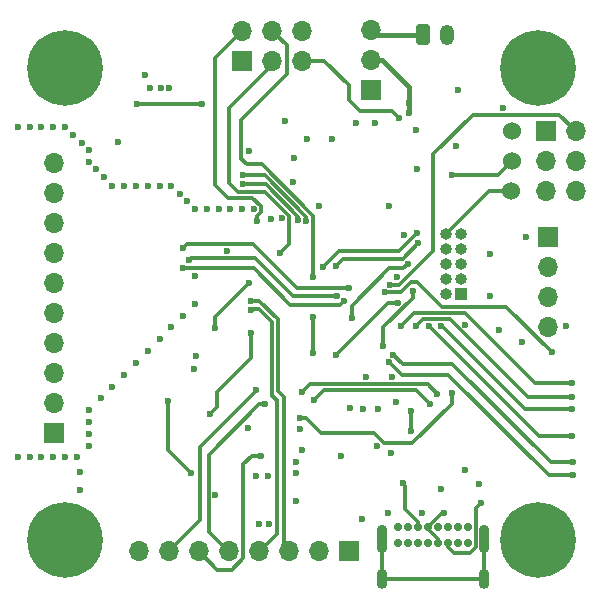
<source format=gbl>
%TF.GenerationSoftware,KiCad,Pcbnew,(5.1.6-0-10_14)*%
%TF.CreationDate,2021-04-22T17:40:41-07:00*%
%TF.ProjectId,BetsyBoardBig,42657473-7942-46f6-9172-644269672e6b,rev?*%
%TF.SameCoordinates,Original*%
%TF.FileFunction,Copper,L4,Bot*%
%TF.FilePolarity,Positive*%
%FSLAX46Y46*%
G04 Gerber Fmt 4.6, Leading zero omitted, Abs format (unit mm)*
G04 Created by KiCad (PCBNEW (5.1.6-0-10_14)) date 2021-04-22 17:40:41*
%MOMM*%
%LPD*%
G01*
G04 APERTURE LIST*
%TA.AperFunction,ComponentPad*%
%ADD10C,1.524000*%
%TD*%
%TA.AperFunction,ComponentPad*%
%ADD11O,0.900000X1.700000*%
%TD*%
%TA.AperFunction,ComponentPad*%
%ADD12O,0.900000X2.400000*%
%TD*%
%TA.AperFunction,ComponentPad*%
%ADD13C,0.700000*%
%TD*%
%TA.AperFunction,ComponentPad*%
%ADD14O,1.700000X1.700000*%
%TD*%
%TA.AperFunction,ComponentPad*%
%ADD15R,1.700000X1.700000*%
%TD*%
%TA.AperFunction,ComponentPad*%
%ADD16O,1.000000X1.000000*%
%TD*%
%TA.AperFunction,ComponentPad*%
%ADD17R,1.000000X1.000000*%
%TD*%
%TA.AperFunction,ComponentPad*%
%ADD18O,1.200000X1.750000*%
%TD*%
%TA.AperFunction,ComponentPad*%
%ADD19C,0.800000*%
%TD*%
%TA.AperFunction,ComponentPad*%
%ADD20C,6.400000*%
%TD*%
%TA.AperFunction,ViaPad*%
%ADD21C,0.600000*%
%TD*%
%TA.AperFunction,Conductor*%
%ADD22C,0.300000*%
%TD*%
%TA.AperFunction,Conductor*%
%ADD23C,0.400000*%
%TD*%
G04 APERTURE END LIST*
D10*
%TO.P,TP2-BOOT1,1*%
%TO.N,/~JTRST*%
X137795000Y-65455800D03*
%TD*%
%TO.P,TP2-BOOT0,1*%
%TO.N,/BOOT0*%
X137800000Y-60400000D03*
%TD*%
%TO.P,TP1-NRST1,1*%
%TO.N,/~RST*%
X137807700Y-62915800D03*
%TD*%
D11*
%TO.P,J3,S1*%
%TO.N,Net-(J3-PadS1)*%
X135500000Y-98260000D03*
X126850000Y-98260000D03*
D12*
X135500000Y-94880000D03*
X126850000Y-94880000D03*
D13*
%TO.P,J3,B6*%
%TO.N,/ID+*%
X131600000Y-95250000D03*
%TO.P,J3,B1*%
%TO.N,GND*%
X134150000Y-95250000D03*
%TO.P,J3,B4*%
%TO.N,/VBUS*%
X133300000Y-95250000D03*
%TO.P,J3,B5*%
%TO.N,/CC2*%
X132450000Y-95250000D03*
%TO.P,J3,B12*%
%TO.N,GND*%
X128200000Y-95250000D03*
%TO.P,J3,B8*%
%TO.N,N/C*%
X129900000Y-95250000D03*
%TO.P,J3,B7*%
%TO.N,/ID-*%
X130750000Y-95250000D03*
%TO.P,J3,B9*%
%TO.N,/VBUS*%
X129050000Y-95250000D03*
%TO.P,J3,A12*%
%TO.N,GND*%
X134150000Y-93900000D03*
%TO.P,J3,A9*%
%TO.N,/VBUS*%
X133300000Y-93900000D03*
%TO.P,J3,A8*%
%TO.N,N/C*%
X132450000Y-93900000D03*
%TO.P,J3,A7*%
%TO.N,/ID-*%
X131600000Y-93900000D03*
%TO.P,J3,A6*%
%TO.N,/ID+*%
X130750000Y-93900000D03*
%TO.P,J3,A5*%
%TO.N,/CC1*%
X129900000Y-93900000D03*
%TO.P,J3,A4*%
%TO.N,/VBUS*%
X129050000Y-93900000D03*
%TO.P,J3,A1*%
%TO.N,GND*%
X128200000Y-93900000D03*
%TD*%
D14*
%TO.P,J9,4*%
%TO.N,GND*%
X140900000Y-76970000D03*
%TO.P,J9,3*%
%TO.N,/USART1_RX*%
X140900000Y-74430000D03*
%TO.P,J9,2*%
%TO.N,/USART1_TX*%
X140900000Y-71890000D03*
D15*
%TO.P,J9,1*%
%TO.N,VCC*%
X140900000Y-69350000D03*
%TD*%
D16*
%TO.P,P2,10*%
%TO.N,/~JTRST*%
X132280000Y-69070000D03*
%TO.P,P2,9*%
%TO.N,GND*%
X133550000Y-69070000D03*
%TO.P,P2,8*%
%TO.N,/JTDI*%
X132280000Y-70340000D03*
%TO.P,P2,7*%
%TO.N,N/C*%
X133550000Y-70340000D03*
%TO.P,P2,6*%
%TO.N,/SWO_JTDO*%
X132280000Y-71610000D03*
%TO.P,P2,5*%
%TO.N,GND*%
X133550000Y-71610000D03*
%TO.P,P2,4*%
%TO.N,/SWCLK_JTCK*%
X132280000Y-72880000D03*
%TO.P,P2,3*%
%TO.N,GND*%
X133550000Y-72880000D03*
%TO.P,P2,2*%
%TO.N,/SWDIO_JTMS*%
X132280000Y-74150000D03*
D17*
%TO.P,P2,1*%
%TO.N,VCC*%
X133550000Y-74150000D03*
%TD*%
D14*
%TO.P,J1,6*%
%TO.N,GND*%
X120080000Y-51860000D03*
%TO.P,J1,5*%
%TO.N,/RTC_TS*%
X120080000Y-54400000D03*
%TO.P,J1,4*%
%TO.N,/OCLK_M*%
X117540000Y-51860000D03*
%TO.P,J1,3*%
%TO.N,/RTC_OUT*%
X117540000Y-54400000D03*
%TO.P,J1,2*%
%TO.N,/OCLK_LS*%
X115000000Y-51860000D03*
D15*
%TO.P,J1,1*%
%TO.N,VCC*%
X115000000Y-54400000D03*
%TD*%
D14*
%TO.P,J2,6*%
%TO.N,GND*%
X143240000Y-65480000D03*
%TO.P,J2,5*%
%TO.N,/SPI2_SCK*%
X140700000Y-65480000D03*
%TO.P,J2,4*%
%TO.N,/SPI2_CIPO*%
X143240000Y-62940000D03*
%TO.P,J2,3*%
%TO.N,/SPI2_COPI*%
X140700000Y-62940000D03*
%TO.P,J2,2*%
%TO.N,/SPI2_CS#*%
X143240000Y-60400000D03*
D15*
%TO.P,J2,1*%
%TO.N,VCC*%
X140700000Y-60400000D03*
%TD*%
D14*
%TO.P,SW1,3*%
%TO.N,/VBAT_IN*%
X125900000Y-51820000D03*
%TO.P,SW1,2*%
%TO.N,/VBAT*%
X125900000Y-54360000D03*
D15*
%TO.P,SW1,1*%
%TO.N,VCC*%
X125900000Y-56900000D03*
%TD*%
D18*
%TO.P,P1,2*%
%TO.N,GND*%
X132300000Y-52200000D03*
%TO.P,P1,1*%
%TO.N,/VBAT_IN*%
%TA.AperFunction,ComponentPad*%
G36*
G01*
X129700000Y-52825001D02*
X129700000Y-51574999D01*
G75*
G02*
X129949999Y-51325000I249999J0D01*
G01*
X130650001Y-51325000D01*
G75*
G02*
X130900000Y-51574999I0J-249999D01*
G01*
X130900000Y-52825001D01*
G75*
G02*
X130650001Y-53075000I-249999J0D01*
G01*
X129949999Y-53075000D01*
G75*
G02*
X129700000Y-52825001I0J249999D01*
G01*
G37*
%TD.AperFunction*%
%TD*%
D14*
%TO.P,J7,10*%
%TO.N,VDDA*%
X99100000Y-63040000D03*
%TO.P,J7,9*%
%TO.N,/OPAMP_IN-*%
X99100000Y-65580000D03*
%TO.P,J7,8*%
%TO.N,/OPAMP_IN+*%
X99100000Y-68120000D03*
%TO.P,J7,7*%
%TO.N,/OPAMP_OUT*%
X99100000Y-70660000D03*
%TO.P,J7,6*%
%TO.N,/COMP_IN-*%
X99100000Y-73200000D03*
%TO.P,J7,5*%
%TO.N,/COMP_IN+*%
X99100000Y-75740000D03*
%TO.P,J7,4*%
%TO.N,/COMP_OUT*%
X99100000Y-78280000D03*
%TO.P,J7,3*%
%TO.N,/DAC_OUT1*%
X99100000Y-80820000D03*
%TO.P,J7,2*%
%TO.N,/DAC_OUT2*%
X99100000Y-83360000D03*
D15*
%TO.P,J7,1*%
%TO.N,VSSA*%
X99100000Y-85900000D03*
%TD*%
D19*
%TO.P,H4,1*%
%TO.N,GND*%
X101697056Y-93302944D03*
X100000000Y-92600000D03*
X98302944Y-93302944D03*
X97600000Y-95000000D03*
X98302944Y-96697056D03*
X100000000Y-97400000D03*
X101697056Y-96697056D03*
X102400000Y-95000000D03*
D20*
X100000000Y-95000000D03*
%TD*%
D19*
%TO.P,H3,1*%
%TO.N,GND*%
X141697056Y-93302944D03*
X140000000Y-92600000D03*
X138302944Y-93302944D03*
X137600000Y-95000000D03*
X138302944Y-96697056D03*
X140000000Y-97400000D03*
X141697056Y-96697056D03*
X142400000Y-95000000D03*
D20*
X140000000Y-95000000D03*
%TD*%
D19*
%TO.P,H2,1*%
%TO.N,GND*%
X141697056Y-53302944D03*
X140000000Y-52600000D03*
X138302944Y-53302944D03*
X137600000Y-55000000D03*
X138302944Y-56697056D03*
X140000000Y-57400000D03*
X141697056Y-56697056D03*
X142400000Y-55000000D03*
D20*
X140000000Y-55000000D03*
%TD*%
D19*
%TO.P,H1,1*%
%TO.N,GND*%
X101697056Y-53302944D03*
X100000000Y-52600000D03*
X98302944Y-53302944D03*
X97600000Y-55000000D03*
X98302944Y-56697056D03*
X100000000Y-57400000D03*
X101697056Y-56697056D03*
X102400000Y-55000000D03*
D20*
X100000000Y-55000000D03*
%TD*%
D14*
%TO.P,J6,8*%
%TO.N,GND*%
X106220000Y-95900000D03*
%TO.P,J6,7*%
%TO.N,/USART3_CK*%
X108760000Y-95900000D03*
%TO.P,J6,6*%
%TO.N,/USART3_CTS*%
X111300000Y-95900000D03*
%TO.P,J6,5*%
%TO.N,/USART3_RTS*%
X113840000Y-95900000D03*
%TO.P,J6,4*%
%TO.N,/USART3_RXD*%
X116380000Y-95900000D03*
%TO.P,J6,3*%
%TO.N,/USART3_TXD*%
X118920000Y-95900000D03*
%TO.P,J6,2*%
%TO.N,VCC*%
X121460000Y-95900000D03*
D15*
%TO.P,J6,1*%
%TO.N,/VBUS*%
X124000000Y-95900000D03*
%TD*%
D21*
%TO.N,GND*%
X111100000Y-79400000D03*
X128093719Y-72685285D03*
X121500000Y-66700000D03*
X120500000Y-61000000D03*
X122600000Y-61000000D03*
X124600000Y-59700000D03*
X126200000Y-59700000D03*
X119550000Y-91700000D03*
X119550000Y-88350000D03*
X119550000Y-89350000D03*
X117250002Y-93600000D03*
X116400000Y-93600000D03*
X112700000Y-91150000D03*
X119850010Y-85560235D03*
X119306383Y-64693617D03*
X119405400Y-62687200D03*
X113741200Y-70485000D03*
X127712500Y-81212500D03*
X124101159Y-83821431D03*
X101279706Y-90779706D03*
X107200000Y-56700000D03*
X106800000Y-55600000D03*
X127400000Y-66700000D03*
X136000000Y-70800000D03*
X115600000Y-62100000D03*
X104500000Y-61300000D03*
X129700000Y-60300000D03*
X129800000Y-63600000D03*
X137100000Y-58400000D03*
X125500000Y-81200000D03*
X142450000Y-76900000D03*
X126400000Y-87050000D03*
X127600000Y-87600000D03*
X127350000Y-92700000D03*
X125150000Y-93250000D03*
X131850000Y-90700000D03*
X135050000Y-90250000D03*
X133850000Y-89100000D03*
X138700000Y-78200000D03*
X133863913Y-76786081D03*
%TO.N,/SDMMC_D2*%
X142900000Y-81700000D03*
X128450002Y-76838477D03*
%TO.N,/SDMMC_D3*%
X142900000Y-82900000D03*
%TO.N,/SDMMC_CMD*%
X142900000Y-83900000D03*
%TO.N,/SDMMC_D0*%
X143000000Y-88400000D03*
X127799995Y-79300003D03*
%TO.N,/SDMMC_D1*%
X143000000Y-89500000D03*
X127399996Y-79900000D03*
%TO.N,/VBAT*%
X129100000Y-58800000D03*
X129100000Y-58000000D03*
%TO.N,/SDMMC_CLK*%
X142900000Y-86200000D03*
%TO.N,VDDA*%
X117400000Y-67800000D03*
%TO.N,/SDMMC_DET*%
X141200000Y-79100000D03*
%TO.N,VSSA*%
X98000000Y-60000000D03*
X99000000Y-60000000D03*
X100700000Y-60700000D03*
X102600000Y-63600000D03*
X105000000Y-65000000D03*
X106000000Y-65000000D03*
X107000000Y-65000000D03*
X108000000Y-65000000D03*
X110300000Y-66300000D03*
X112000000Y-67000000D03*
X115000000Y-67000000D03*
X116000000Y-67000000D03*
X113000000Y-67000000D03*
X114000000Y-67000000D03*
X101400000Y-61400000D03*
X103300000Y-64300000D03*
X109700000Y-65700000D03*
X109000000Y-65000000D03*
X102000000Y-63000000D03*
X96000000Y-60000000D03*
X97000000Y-60000000D03*
X100000000Y-60000000D03*
X102000000Y-62000000D03*
X111000000Y-67000000D03*
X104000000Y-65000000D03*
X96000000Y-88000000D03*
X97000000Y-88000000D03*
X98000000Y-88000000D03*
X99000000Y-88000000D03*
X100000000Y-88000000D03*
X101000000Y-88000000D03*
X102000000Y-87000000D03*
X102000000Y-86000000D03*
X102000000Y-85000000D03*
X102000000Y-84000000D03*
X103000000Y-83000000D03*
X104000000Y-82000000D03*
X105000000Y-81000000D03*
X106000000Y-80000000D03*
X107000000Y-79000000D03*
X108000000Y-78000000D03*
X109000000Y-77000000D03*
X110000000Y-76000000D03*
X111000000Y-75000000D03*
X118364000Y-67764008D03*
%TO.N,/QSPI_IO0*%
X108750000Y-83250000D03*
X110650002Y-89350000D03*
%TO.N,/QSPI_SCK*%
X115750000Y-77450000D03*
X112250000Y-84300004D03*
%TO.N,/RTC_TS*%
X128300000Y-59300000D03*
%TO.N,/RTC_OUT*%
X112700000Y-77050000D03*
X118200000Y-70700000D03*
X115600000Y-73200000D03*
%TO.N,/USART3_CK*%
X116168918Y-82311399D03*
%TO.N,/USART3_CTS*%
X116600000Y-87900000D03*
%TO.N,/USART3_RTS*%
X116949990Y-83500000D03*
%TO.N,/USART3_RXD*%
X115750000Y-75500000D03*
%TO.N,/USART3_TXD*%
X115750000Y-74750000D03*
%TO.N,/USART1_TX*%
X120050010Y-82500000D03*
X131500000Y-82600000D03*
%TO.N,/USART1_RX*%
X121100000Y-83100000D03*
X130900000Y-83500002D03*
%TO.N,/I2C_SDA*%
X119733322Y-67914508D03*
X115050327Y-64889743D03*
%TO.N,/I2C_SCL*%
X120432631Y-67945873D03*
X115099993Y-64100007D03*
%TO.N,/COMP_OUT*%
X110000000Y-72000000D03*
X123606473Y-74756841D03*
%TO.N,/COMP_IN-*%
X110000000Y-70250000D03*
X124018007Y-73676986D03*
%TO.N,/COMP_IN+*%
X123000000Y-74300010D03*
X110500000Y-71250000D03*
%TO.N,/OCLK_M*%
X121000000Y-79200002D03*
X120999998Y-72765497D03*
X121000000Y-76100000D03*
%TO.N,/OCLK_LS*%
X116273048Y-68023351D03*
%TO.N,VCC*%
X111000000Y-72650010D03*
X128000000Y-83350022D03*
X125250000Y-83874990D03*
X126500000Y-83874990D03*
X116200000Y-89600000D03*
X117150000Y-89600000D03*
X115500000Y-85550000D03*
X118592600Y-59537600D03*
X101300000Y-89200000D03*
X120100000Y-87400000D03*
X108100000Y-56700000D03*
X108800000Y-56700000D03*
X110900000Y-80500000D03*
X136000000Y-74300000D03*
X133300000Y-56900000D03*
X133099999Y-61610236D03*
X128711084Y-69211084D03*
X139000000Y-69350000D03*
%TO.N,/SPI2_SCK*%
X119850010Y-84669193D03*
%TO.N,/SWDIO_JTMS*%
X122900000Y-79350000D03*
%TO.N,/JTDI*%
X124300000Y-76200000D03*
%TO.N,/SPI2_CIPO*%
X122900000Y-71800000D03*
X129911234Y-69867380D03*
%TO.N,/SPI2_COPI*%
X121800019Y-71850000D03*
X129800436Y-69007730D03*
%TO.N,/SDMMC_D3*%
X129700000Y-76850000D03*
%TO.N,/SDMMC_CMD*%
X131850000Y-76900000D03*
%TO.N,/~RST*%
X132749998Y-64099998D03*
%TO.N,/SDMMC_CLK*%
X130800000Y-76900000D03*
%TO.N,/SDMMC_DET*%
X127100000Y-74000000D03*
%TO.N,VCC*%
X123400000Y-87900000D03*
X136750000Y-77200000D03*
%TO.N,/SPI2_SCK*%
X132749998Y-82550002D03*
%TO.N,/SWCLK_JTCK*%
X126942933Y-78565230D03*
X129450000Y-73900000D03*
%TO.N,/SWDIO_JTMS*%
X128189389Y-74938443D03*
%TO.N,/JTDI*%
X129050000Y-71600000D03*
%TO.N,/USR_BTN*%
X129300000Y-85800000D03*
X129300000Y-84050000D03*
%TO.N,/SPI2_CS#*%
X127538935Y-73370013D03*
%TO.N,Net-(R1-Pad2)*%
X111600000Y-58100000D03*
X106100000Y-58100000D03*
%TO.N,/ID+*%
X132100000Y-92700000D03*
%TO.N,/ID-*%
X130200000Y-92700000D03*
%TO.N,/CC2*%
X135200000Y-91850000D03*
%TO.N,/CC1*%
X128600000Y-90200000D03*
%TD*%
D22*
%TO.N,/SDMMC_D2*%
X139800000Y-81700000D02*
X133850000Y-75750000D01*
X129538479Y-75750000D02*
X128450002Y-76838477D01*
X133850000Y-75750000D02*
X129538479Y-75750000D01*
X142900000Y-81700000D02*
X139800000Y-81700000D01*
D23*
%TO.N,/VBAT*%
X126860000Y-54360000D02*
X125900000Y-54360000D01*
X129100000Y-56600000D02*
X126860000Y-54360000D01*
X129100000Y-58000000D02*
X129100000Y-56600000D01*
X129100000Y-58800000D02*
X129100000Y-58000000D01*
%TO.N,/VBAT_IN*%
X126280000Y-52200000D02*
X125900000Y-51820000D01*
X130300000Y-52200000D02*
X126280000Y-52200000D01*
D22*
%TO.N,/QSPI_IO0*%
X108700000Y-87399998D02*
X110650002Y-89350000D01*
X108700000Y-83300000D02*
X108700000Y-87399998D01*
X108750000Y-83250000D02*
X108700000Y-83300000D01*
%TO.N,/QSPI_SCK*%
X112850865Y-83699137D02*
X112250000Y-84300004D01*
X115750000Y-77450000D02*
X115750000Y-79550000D01*
X112850865Y-83699137D02*
X112850865Y-82449135D01*
X112850865Y-82449135D02*
X115750000Y-79550000D01*
%TO.N,/RTC_TS*%
X120080000Y-54400000D02*
X121900000Y-54400000D01*
X121900000Y-54400000D02*
X124000000Y-56500000D01*
X124000000Y-56500000D02*
X124000000Y-57700000D01*
X124000000Y-57700000D02*
X125000000Y-58700000D01*
X127700000Y-58700000D02*
X128300000Y-59300000D01*
X125000000Y-58700000D02*
X127700000Y-58700000D01*
%TO.N,/RTC_OUT*%
X119000000Y-69900000D02*
X118200000Y-70700000D01*
X119000000Y-67600000D02*
X119000000Y-69900000D01*
X116900000Y-65500000D02*
X119000000Y-67600000D01*
X114600000Y-65500000D02*
X116900000Y-65500000D01*
X113900000Y-64800000D02*
X114600000Y-65500000D01*
X117540000Y-54760000D02*
X113900000Y-58400000D01*
X113900000Y-58400000D02*
X113900000Y-64800000D01*
X117540000Y-54400000D02*
X117540000Y-54760000D01*
X112700000Y-77050000D02*
X112700000Y-76100000D01*
X112700000Y-76100000D02*
X115600000Y-73200000D01*
%TO.N,/USART3_CK*%
X116168918Y-82350086D02*
X116168918Y-82311399D01*
X111400000Y-93260000D02*
X111400000Y-87119004D01*
X111400000Y-87119004D02*
X116168918Y-82350086D01*
X108760000Y-95900000D02*
X111400000Y-93260000D01*
%TO.N,/USART3_CTS*%
X115800000Y-87900000D02*
X116600000Y-87900000D01*
X115100000Y-88600000D02*
X115800000Y-87900000D01*
X115100000Y-96550000D02*
X115100000Y-88600000D01*
X111300000Y-95900000D02*
X112900000Y-97500000D01*
X114150000Y-97500000D02*
X115100000Y-96550000D01*
X112900000Y-97500000D02*
X114150000Y-97500000D01*
%TO.N,/USART3_RTS*%
X112149999Y-88879703D02*
X112150012Y-88879690D01*
X112150012Y-88879690D02*
X112150012Y-87799988D01*
X112149999Y-94309999D02*
X112149999Y-88879703D01*
X116450000Y-83500000D02*
X116949990Y-83500000D01*
X112150012Y-87799988D02*
X116450000Y-83500000D01*
X113840000Y-96000000D02*
X112149999Y-94309999D01*
%TO.N,/USART3_RXD*%
X116400000Y-75400000D02*
X115850000Y-75400000D01*
X116380000Y-96000000D02*
X117900000Y-94480000D01*
X117500000Y-82765700D02*
X117500000Y-76500000D01*
X115850000Y-75400000D02*
X115750000Y-75500000D01*
X117900000Y-83165700D02*
X117500000Y-82765700D01*
X117900000Y-94480000D02*
X117900000Y-83165700D01*
X117500000Y-76500000D02*
X116400000Y-75400000D01*
%TO.N,/USART3_TXD*%
X116450000Y-74750000D02*
X115750000Y-74750000D01*
X118000000Y-76300000D02*
X116450000Y-74750000D01*
X118500000Y-95580000D02*
X118500000Y-82900000D01*
X118500000Y-82900000D02*
X118000000Y-82400000D01*
X118000000Y-82400000D02*
X118000000Y-76300000D01*
X118920000Y-96000000D02*
X118500000Y-95580000D01*
%TO.N,/USART1_TX*%
X120050010Y-82500000D02*
X120750009Y-81800001D01*
X130700001Y-81800001D02*
X131500000Y-82600000D01*
X120750009Y-81800001D02*
X130700001Y-81800001D01*
%TO.N,/USART1_RX*%
X129699999Y-82300001D02*
X130900000Y-83500002D01*
X121899999Y-82300001D02*
X129699999Y-82300001D01*
X121100000Y-83100000D02*
X121899999Y-82300001D01*
%TO.N,/I2C_SDA*%
X116989743Y-64889743D02*
X115050327Y-64889743D01*
X119733322Y-67633322D02*
X116989743Y-64889743D01*
X119733322Y-67914508D02*
X119733322Y-67633322D01*
%TO.N,/I2C_SCL*%
X116889858Y-64100007D02*
X115099993Y-64100007D01*
X120432631Y-67642780D02*
X116889858Y-64100007D01*
X120432631Y-67945873D02*
X120432631Y-67642780D01*
%TO.N,/COMP_OUT*%
X116000000Y-72000000D02*
X119056840Y-75056840D01*
X110000000Y-72000000D02*
X116000000Y-72000000D01*
X119056840Y-75056840D02*
X123306474Y-75056840D01*
X123306474Y-75056840D02*
X123606473Y-74756841D01*
%TO.N,/COMP_IN-*%
X115934997Y-69934997D02*
X119676986Y-73676986D01*
X110315003Y-69934997D02*
X115934997Y-69934997D01*
X119676986Y-73676986D02*
X124018007Y-73676986D01*
X110000000Y-70250000D02*
X110315003Y-69934997D01*
%TO.N,/COMP_IN+*%
X110650000Y-71100000D02*
X110500000Y-71250000D01*
X116100000Y-71100000D02*
X110650000Y-71100000D01*
X119300010Y-74300010D02*
X116100000Y-71100000D01*
X123000000Y-74300010D02*
X119300010Y-74300010D01*
%TO.N,/OCLK_M*%
X121000000Y-79200002D02*
X121000000Y-76100000D01*
X120999998Y-67554596D02*
X120999998Y-72765497D01*
X116645402Y-63200000D02*
X120999998Y-67554596D01*
X115400000Y-63200000D02*
X116645402Y-63200000D01*
X114900000Y-62700000D02*
X115400000Y-63200000D01*
X117540000Y-51860000D02*
X118800000Y-53120000D01*
X118800000Y-55500000D02*
X114900000Y-59400000D01*
X114900000Y-59400000D02*
X114900000Y-62700000D01*
X118800000Y-53120000D02*
X118800000Y-55500000D01*
%TO.N,/OCLK_LS*%
X116273048Y-67540954D02*
X116273048Y-68023351D01*
X116550001Y-67264001D02*
X116273048Y-67540954D01*
X115849996Y-66000000D02*
X116550001Y-66700005D01*
X113800000Y-66000000D02*
X115849996Y-66000000D01*
X116550001Y-66700005D02*
X116550001Y-67264001D01*
X112700000Y-64900000D02*
X113800000Y-66000000D01*
X112700000Y-54160000D02*
X112700000Y-64900000D01*
X115000000Y-51860000D02*
X112700000Y-54160000D01*
%TO.N,/SPI2_SCK*%
X119889197Y-84630006D02*
X119850010Y-84669193D01*
%TO.N,/SPI2_COPI*%
X128308166Y-70500000D02*
X129800436Y-69007730D01*
X123150019Y-70500000D02*
X128308166Y-70500000D01*
X121800019Y-71850000D02*
X123150019Y-70500000D01*
%TO.N,/SDMMC_D3*%
X130300002Y-76249998D02*
X129700000Y-76850000D01*
X132549998Y-76249998D02*
X130300002Y-76249998D01*
X142900000Y-82900000D02*
X139200000Y-82900000D01*
X139200000Y-82900000D02*
X132549998Y-76249998D01*
%TO.N,/SDMMC_CMD*%
X131950000Y-76900000D02*
X131850000Y-76900000D01*
X138950000Y-83900000D02*
X131950000Y-76900000D01*
X142900000Y-83900000D02*
X138950000Y-83900000D01*
%TO.N,/SDMMC_D0*%
X128599992Y-80100000D02*
X127799995Y-79300003D01*
X132800000Y-80100000D02*
X128599992Y-80100000D01*
X141100000Y-88400000D02*
X132800000Y-80100000D01*
X143000000Y-88400000D02*
X141100000Y-88400000D01*
%TO.N,/SDMMC_D1*%
X132450000Y-81000000D02*
X128499996Y-81000000D01*
X140950000Y-89500000D02*
X132450000Y-81000000D01*
X128499996Y-81000000D02*
X127399996Y-79900000D01*
X143000000Y-89500000D02*
X140950000Y-89500000D01*
%TO.N,/~RST*%
X136623502Y-64099998D02*
X137807700Y-62915800D01*
X132749998Y-64099998D02*
X136623502Y-64099998D01*
%TO.N,/SDMMC_CLK*%
X140100000Y-86200000D02*
X130800000Y-76900000D01*
X142900000Y-86200000D02*
X140100000Y-86200000D01*
%TO.N,/SDMMC_DET*%
X128400000Y-74000000D02*
X127100000Y-74000000D01*
X129250000Y-73150000D02*
X128400000Y-74000000D01*
X129800000Y-73150000D02*
X129250000Y-73150000D01*
X131900000Y-75250000D02*
X129800000Y-73150000D01*
X137350000Y-75250000D02*
X131900000Y-75250000D01*
X141200000Y-79100000D02*
X137350000Y-75250000D01*
%TO.N,/SPI2_SCK*%
X129400000Y-86800000D02*
X132749998Y-83450002D01*
X127000000Y-86800000D02*
X129400000Y-86800000D01*
X132749998Y-83450002D02*
X132749998Y-82550002D01*
X121700000Y-85950000D02*
X120419193Y-84669193D01*
X126150000Y-85950000D02*
X127000000Y-86800000D01*
X126150000Y-85950000D02*
X121700000Y-85950000D01*
X119850010Y-84669193D02*
X120419193Y-84669193D01*
%TO.N,/SWCLK_JTCK*%
X126942933Y-78565230D02*
X126942933Y-76998901D01*
X129450000Y-74491834D02*
X129450000Y-73900000D01*
X126942933Y-76998901D02*
X129450000Y-74491834D01*
%TO.N,/SWDIO_JTMS*%
X127311557Y-74938443D02*
X128189389Y-74938443D01*
X122900000Y-79350000D02*
X127311557Y-74938443D01*
%TO.N,/JTDI*%
X127450000Y-72000000D02*
X128650000Y-72000000D01*
X124300000Y-75150000D02*
X127450000Y-72000000D01*
X128650000Y-72000000D02*
X129050000Y-71600000D01*
X124300000Y-76200000D02*
X124300000Y-75150000D01*
%TO.N,/USR_BTN*%
X129300000Y-85800000D02*
X129300000Y-84050000D01*
%TO.N,/SPI2_CIPO*%
X128578614Y-71200000D02*
X129911234Y-69867380D01*
X123500000Y-71200000D02*
X128578614Y-71200000D01*
X122900000Y-71800000D02*
X123500000Y-71200000D01*
%TO.N,/SPI2_CS#*%
X141840000Y-59000000D02*
X134500000Y-59000000D01*
X131150000Y-62350000D02*
X131150000Y-70500000D01*
X128279987Y-73370013D02*
X127538935Y-73370013D01*
X134500000Y-59000000D02*
X131150000Y-62350000D01*
X131150000Y-70500000D02*
X128279987Y-73370013D01*
X143240000Y-60400000D02*
X141840000Y-59000000D01*
%TO.N,Net-(R1-Pad2)*%
X111600000Y-58100000D02*
X106100000Y-58100000D01*
%TO.N,Net-(J3-PadS1)*%
X126850000Y-94880000D02*
X126850000Y-98260000D01*
X135500000Y-94880000D02*
X135500000Y-98260000D01*
X135500000Y-98260000D02*
X126850000Y-98260000D01*
%TO.N,/ID+*%
X131950000Y-92700000D02*
X132100000Y-92700000D01*
X130750000Y-93900000D02*
X131950000Y-92700000D01*
X131600000Y-94950000D02*
X131600000Y-95250000D01*
X130750000Y-94100000D02*
X131600000Y-94950000D01*
X130750000Y-93900000D02*
X130750000Y-94100000D01*
%TO.N,/CC2*%
X132950000Y-96100000D02*
X132450000Y-95600000D01*
X132450000Y-95600000D02*
X132450000Y-95250000D01*
X134250000Y-96100000D02*
X132950000Y-96100000D01*
X134750001Y-95599999D02*
X134250000Y-96100000D01*
X134750001Y-92299999D02*
X134750001Y-95599999D01*
X135200000Y-91850000D02*
X134750001Y-92299999D01*
%TO.N,/CC1*%
X129900000Y-93900000D02*
X129900000Y-93500000D01*
X129900000Y-93500000D02*
X128800000Y-92400000D01*
X128800000Y-90400000D02*
X128600000Y-90200000D01*
X128800000Y-92400000D02*
X128800000Y-90400000D01*
%TO.N,/~JTRST*%
X132280000Y-69070000D02*
X135900000Y-65450000D01*
X137789200Y-65450000D02*
X137795000Y-65455800D01*
X135900000Y-65450000D02*
X137789200Y-65450000D01*
%TD*%
M02*

</source>
